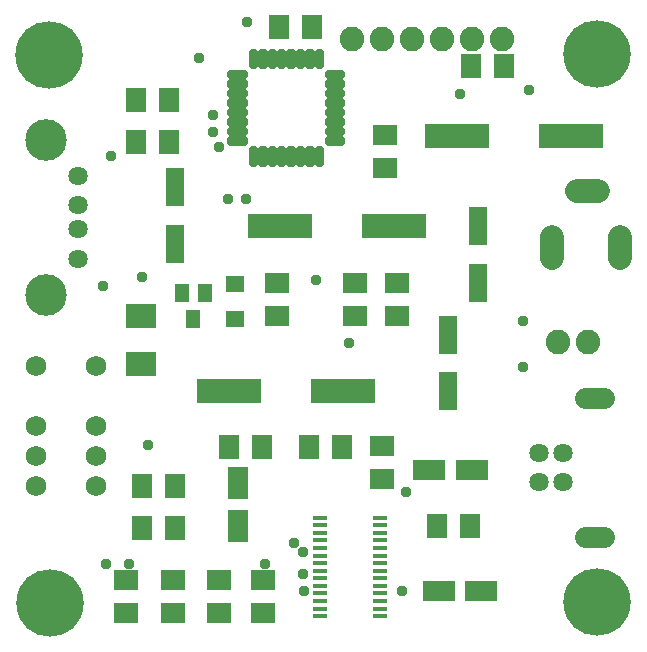
<source format=gbr>
G04 EAGLE Gerber RS-274X export*
G75*
%MOMM*%
%FSLAX34Y34*%
%LPD*%
%INSoldermask Top*%
%IPPOS*%
%AMOC8*
5,1,8,0,0,1.08239X$1,22.5*%
G01*
%ADD10R,1.253200X0.453200*%
%ADD11R,5.537200X2.133600*%
%ADD12R,1.803200X2.003200*%
%ADD13R,2.003200X1.803200*%
%ADD14R,1.603200X3.203200*%
%ADD15C,2.003200*%
%ADD16C,1.753200*%
%ADD17C,3.519200*%
%ADD18C,1.631200*%
%ADD19C,1.803200*%
%ADD20R,2.603200X2.003200*%
%ADD21R,1.203200X1.603200*%
%ADD22R,1.603200X1.403200*%
%ADD23C,0.479381*%
%ADD24C,2.082800*%
%ADD25C,5.703200*%
%ADD26R,1.803200X2.803200*%
%ADD27R,2.803200X1.803200*%
%ADD28C,0.959600*%


D10*
X272190Y31540D03*
X272190Y37940D03*
X272190Y44340D03*
X272190Y50740D03*
X272190Y57140D03*
X272190Y63540D03*
X272190Y69940D03*
X272190Y76340D03*
X272190Y82740D03*
X272190Y89140D03*
X272190Y95540D03*
X272190Y101940D03*
X272190Y108340D03*
X272190Y114740D03*
X323390Y31540D03*
X323390Y37940D03*
X323390Y44340D03*
X323390Y50740D03*
X323390Y57140D03*
X323390Y63540D03*
X323390Y69940D03*
X323390Y76340D03*
X323390Y82740D03*
X323390Y89140D03*
X323390Y95540D03*
X323390Y101940D03*
X323390Y108340D03*
X323390Y114740D03*
D11*
X195860Y221880D03*
X292380Y221880D03*
D12*
X149840Y105800D03*
X121840Y105800D03*
X263140Y174890D03*
X291140Y174890D03*
X223830Y174890D03*
X195830Y174890D03*
X121840Y141360D03*
X149840Y141360D03*
D13*
X324890Y175250D03*
X324890Y147250D03*
X108560Y61860D03*
X108560Y33860D03*
X187300Y61860D03*
X187300Y33860D03*
X147930Y33860D03*
X147930Y61860D03*
D12*
X371420Y108090D03*
X399420Y108090D03*
D13*
X224130Y33860D03*
X224130Y61860D03*
D14*
X406680Y313450D03*
X406680Y361450D03*
D15*
X526800Y352800D02*
X526800Y334800D01*
X468800Y334800D02*
X468800Y352800D01*
X489800Y391800D02*
X507800Y391800D01*
D16*
X32030Y243400D03*
X32030Y192600D03*
X32030Y167200D03*
X32030Y141800D03*
X82830Y243400D03*
X82830Y192600D03*
X82830Y167200D03*
X82830Y141800D03*
D17*
X40700Y434900D03*
X40700Y303500D03*
D18*
X67800Y359200D03*
X67800Y379200D03*
X67800Y334200D03*
X67800Y404200D03*
X458220Y169940D03*
X458220Y144940D03*
X478220Y144940D03*
X478220Y169940D03*
D19*
X497320Y98440D02*
X513320Y98440D01*
X513320Y216440D02*
X497320Y216440D01*
D20*
X120930Y285310D03*
X120930Y244810D03*
D14*
X150140Y394470D03*
X150140Y346470D03*
D21*
X165380Y283270D03*
X155880Y305270D03*
X174880Y305270D03*
D22*
X200940Y283080D03*
X200940Y313080D03*
D13*
X236500Y313350D03*
X236500Y285350D03*
D23*
X214651Y414491D02*
X214651Y426729D01*
X217589Y426729D01*
X217589Y414491D01*
X214651Y414491D01*
X214651Y419045D02*
X217589Y419045D01*
X217589Y423599D02*
X214651Y423599D01*
X222651Y426729D02*
X222651Y414491D01*
X222651Y426729D02*
X225589Y426729D01*
X225589Y414491D01*
X222651Y414491D01*
X222651Y419045D02*
X225589Y419045D01*
X225589Y423599D02*
X222651Y423599D01*
X230651Y426729D02*
X230651Y414491D01*
X230651Y426729D02*
X233589Y426729D01*
X233589Y414491D01*
X230651Y414491D01*
X230651Y419045D02*
X233589Y419045D01*
X233589Y423599D02*
X230651Y423599D01*
X238651Y426729D02*
X238651Y414491D01*
X238651Y426729D02*
X241589Y426729D01*
X241589Y414491D01*
X238651Y414491D01*
X238651Y419045D02*
X241589Y419045D01*
X241589Y423599D02*
X238651Y423599D01*
X246651Y426729D02*
X246651Y414491D01*
X246651Y426729D02*
X249589Y426729D01*
X249589Y414491D01*
X246651Y414491D01*
X246651Y419045D02*
X249589Y419045D01*
X249589Y423599D02*
X246651Y423599D01*
X254651Y426729D02*
X254651Y414491D01*
X254651Y426729D02*
X257589Y426729D01*
X257589Y414491D01*
X254651Y414491D01*
X254651Y419045D02*
X257589Y419045D01*
X257589Y423599D02*
X254651Y423599D01*
X262651Y426729D02*
X262651Y414491D01*
X262651Y426729D02*
X265589Y426729D01*
X265589Y414491D01*
X262651Y414491D01*
X262651Y419045D02*
X265589Y419045D01*
X265589Y423599D02*
X262651Y423599D01*
X270651Y426729D02*
X270651Y414491D01*
X270651Y426729D02*
X273589Y426729D01*
X273589Y414491D01*
X270651Y414491D01*
X270651Y419045D02*
X273589Y419045D01*
X273589Y423599D02*
X270651Y423599D01*
X279301Y432441D02*
X291539Y432441D01*
X279301Y432441D02*
X279301Y435379D01*
X291539Y435379D01*
X291539Y432441D01*
X291539Y440441D02*
X279301Y440441D01*
X279301Y443379D01*
X291539Y443379D01*
X291539Y440441D01*
X291539Y448441D02*
X279301Y448441D01*
X279301Y451379D01*
X291539Y451379D01*
X291539Y448441D01*
X291539Y456441D02*
X279301Y456441D01*
X279301Y459379D01*
X291539Y459379D01*
X291539Y456441D01*
X291539Y464441D02*
X279301Y464441D01*
X279301Y467379D01*
X291539Y467379D01*
X291539Y464441D01*
X291539Y472441D02*
X279301Y472441D01*
X279301Y475379D01*
X291539Y475379D01*
X291539Y472441D01*
X291539Y480441D02*
X279301Y480441D01*
X279301Y483379D01*
X291539Y483379D01*
X291539Y480441D01*
X291539Y488441D02*
X279301Y488441D01*
X279301Y491379D01*
X291539Y491379D01*
X291539Y488441D01*
X273589Y497091D02*
X273589Y509329D01*
X273589Y497091D02*
X270651Y497091D01*
X270651Y509329D01*
X273589Y509329D01*
X273589Y501645D02*
X270651Y501645D01*
X270651Y506199D02*
X273589Y506199D01*
X265589Y509329D02*
X265589Y497091D01*
X262651Y497091D01*
X262651Y509329D01*
X265589Y509329D01*
X265589Y501645D02*
X262651Y501645D01*
X262651Y506199D02*
X265589Y506199D01*
X257589Y509329D02*
X257589Y497091D01*
X254651Y497091D01*
X254651Y509329D01*
X257589Y509329D01*
X257589Y501645D02*
X254651Y501645D01*
X254651Y506199D02*
X257589Y506199D01*
X249589Y509329D02*
X249589Y497091D01*
X246651Y497091D01*
X246651Y509329D01*
X249589Y509329D01*
X249589Y501645D02*
X246651Y501645D01*
X246651Y506199D02*
X249589Y506199D01*
X241589Y509329D02*
X241589Y497091D01*
X238651Y497091D01*
X238651Y509329D01*
X241589Y509329D01*
X241589Y501645D02*
X238651Y501645D01*
X238651Y506199D02*
X241589Y506199D01*
X233589Y509329D02*
X233589Y497091D01*
X230651Y497091D01*
X230651Y509329D01*
X233589Y509329D01*
X233589Y501645D02*
X230651Y501645D01*
X230651Y506199D02*
X233589Y506199D01*
X225589Y509329D02*
X225589Y497091D01*
X222651Y497091D01*
X222651Y509329D01*
X225589Y509329D01*
X225589Y501645D02*
X222651Y501645D01*
X222651Y506199D02*
X225589Y506199D01*
X217589Y509329D02*
X217589Y497091D01*
X214651Y497091D01*
X214651Y509329D01*
X217589Y509329D01*
X217589Y501645D02*
X214651Y501645D01*
X214651Y506199D02*
X217589Y506199D01*
X208939Y491379D02*
X196701Y491379D01*
X208939Y491379D02*
X208939Y488441D01*
X196701Y488441D01*
X196701Y491379D01*
X196701Y483379D02*
X208939Y483379D01*
X208939Y480441D01*
X196701Y480441D01*
X196701Y483379D01*
X196701Y475379D02*
X208939Y475379D01*
X208939Y472441D01*
X196701Y472441D01*
X196701Y475379D01*
X196701Y467379D02*
X208939Y467379D01*
X208939Y464441D01*
X196701Y464441D01*
X196701Y467379D01*
X196701Y459379D02*
X208939Y459379D01*
X208939Y456441D01*
X196701Y456441D01*
X196701Y459379D01*
X196701Y451379D02*
X208939Y451379D01*
X208939Y448441D01*
X196701Y448441D01*
X196701Y451379D01*
X196701Y443379D02*
X208939Y443379D01*
X208939Y440441D01*
X196701Y440441D01*
X196701Y443379D01*
X196701Y435379D02*
X208939Y435379D01*
X208939Y432441D01*
X196701Y432441D01*
X196701Y435379D01*
D11*
X485420Y437780D03*
X388900Y437780D03*
D13*
X327940Y439080D03*
X327940Y411080D03*
D12*
X428300Y497470D03*
X400300Y497470D03*
X237740Y530490D03*
X265740Y530490D03*
X117090Y468260D03*
X145090Y468260D03*
X145090Y432700D03*
X117090Y432700D03*
D11*
X239040Y361580D03*
X335560Y361580D03*
D13*
X338100Y285350D03*
X338100Y313350D03*
X302540Y285350D03*
X302540Y313350D03*
D24*
X300000Y520330D03*
X325400Y520330D03*
X350800Y520330D03*
X376200Y520330D03*
X401600Y520330D03*
X427000Y520330D03*
D14*
X380520Y269680D03*
X380520Y221680D03*
D24*
X499060Y263280D03*
X473660Y263280D03*
D25*
X43780Y42800D03*
X506920Y43070D03*
X507250Y507600D03*
X43180Y506680D03*
D26*
X203000Y144000D03*
X203000Y108000D03*
D27*
X409000Y53000D03*
X373000Y53000D03*
X401000Y155000D03*
X365000Y155000D03*
D28*
X444780Y242200D03*
X444780Y281570D03*
X127280Y176160D03*
X95530Y421270D03*
X122200Y318400D03*
X211100Y534300D03*
X345720Y136380D03*
X226340Y75830D03*
X110770Y75830D03*
X258090Y85990D03*
X250470Y93610D03*
X89180Y310780D03*
X259360Y52970D03*
X258316Y67000D03*
X186970Y428890D03*
X194590Y384440D03*
X91720Y75830D03*
X341910Y52970D03*
X269520Y315860D03*
X209830Y384440D03*
X297460Y262520D03*
X181890Y441590D03*
X181890Y455560D03*
X449240Y476530D03*
X391440Y473340D03*
X170460Y503820D03*
M02*

</source>
